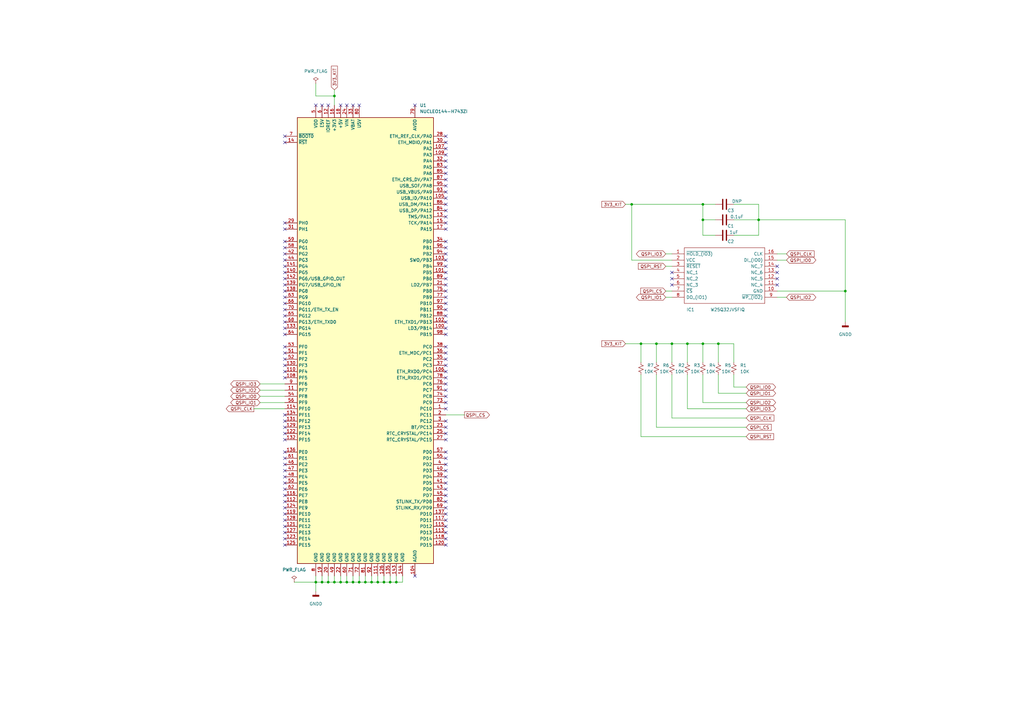
<source format=kicad_sch>
(kicad_sch (version 20211123) (generator eeschema)
  (paper "A3")
  (title_block (title "NUCLEO-QSPI-FLASH") (company "ELECTROLANCE SOLUTIONS"))
  (lib_symbols
    (symbol "Device:C" (pin_numbers hide) (pin_names (offset 0.254))
      (property "Reference" "C" (at 0.635 2.54 0))
      (property "Value" "C" (at 0.635 -2.54 0))
      (symbol "C_0_1"
        (polyline (pts (xy -2.032 -0.762) (xy 2.032 -0.762)) (stroke (width 0.508)))
        (polyline (pts (xy -2.032 0.762) (xy 2.032 0.762)) (stroke (width 0.508)))
      )
      (symbol "C_1_1"
        (pin passive line (at 0 3.81 270) (length 2.794) (name "~") (number "1"))
        (pin passive line (at 0 -3.81 90) (length 2.794) (name "~") (number "2"))
      )
    )
    (symbol "Device:R_Small_US" (pin_numbers hide) (pin_names (offset 0.254) hide)
      (property "Reference" "R" (at 0.762 0.508 0))
      (property "Value" "R_Small_US" (at 0.762 -1.016 0))
      (symbol "R_Small_US_1_1"
        (polyline (pts (xy 0 0) (xy 1.016 -0.381) (xy 0 -0.762) (xy -1.016 -1.143) (xy 0 -1.524)))
        (polyline (pts (xy 0 1.524) (xy 1.016 1.143) (xy 0 0.762) (xy -1.016 0.381) (xy 0 0)))
        (pin passive line (at 0 2.54 270) (length 1.016) (name "~") (number "1"))
        (pin passive line (at 0 -2.54 90) (length 1.016) (name "~") (number "2"))
      )
    )
    (symbol "MCU_Module:NUCLEO144-H743ZI"
      (property "Reference" "U" (at -22.86 94.615 0))
      (property "Value" "NUCLEO144-H743ZI" (at -22.86 92.71 0))
      (symbol "NUCLEO144-H743ZI_0_1"
        (rectangle (start -27.94 -91.44) (end 27.94 91.44) (stroke (width 0.254)) (fill (type background)))
      )
      (symbol "NUCLEO144-H743ZI_1_1"
        (pin bidirectional line (at 33.02 -27.94 180) (length 5.08) (name "PC10") (number "1"))
        (pin no_connect line (at -33.02 55.88 0) (length 5.08) hide (name "NC") (number "10"))
        (pin bidirectional line (at 33.02 5.08 180) (length 5.08) (name "LD3/PB14") (number "100"))
        (pin bidirectional line (at 33.02 27.94 180) (length 5.08) (name "PB5") (number "101"))
        (pin bidirectional line (at 33.02 7.62 180) (length 5.08) (name "ETH_TXD1/PB13") (number "102"))
        (pin bidirectional line (at 33.02 33.02 180) (length 5.08) (name "SWO/PB3") (number "103"))
        (pin power_in line (at 20.32 -96.52 90) (length 5.08) (name "AGND") (number "104"))
        (pin bidirectional line (at 33.02 58.42 180) (length 5.08) (name "USB_ID/PA10") (number "105"))
        (pin bidirectional line (at 33.02 -12.7 180) (length 5.08) (name "ETH_RXD0/PC4") (number "106"))
        (pin bidirectional line (at 33.02 78.74 180) (length 5.08) (name "PA2") (number "107"))
        (pin bidirectional line (at -33.02 -15.24 0) (length 5.08) (name "PF5") (number "108"))
        (pin bidirectional line (at 33.02 76.2 180) (length 5.08) (name "PA3") (number "109"))
        (pin bidirectional line (at -33.02 -20.32 0) (length 5.08) (name "PF7") (number "11"))
        (pin bidirectional line (at -33.02 -12.7 0) (length 5.08) (name "PF4") (number "110"))
        (pin power_in line (at 5.08 -96.52 90) (length 5.08) (name "GND") (number "111"))
        (pin bidirectional line (at -33.02 -66.04 0) (length 5.08) (name "PE8") (number "112"))
        (pin bidirectional line (at 33.02 -78.74 180) (length 5.08) (name "PD13") (number "113"))
        (pin bidirectional line (at -33.02 -27.94 0) (length 5.08) (name "PF10") (number "114"))
        (pin bidirectional line (at 33.02 -76.2 180) (length 5.08) (name "PD12") (number "115"))
        (pin bidirectional line (at -33.02 -63.5 0) (length 5.08) (name "PE7") (number "116"))
        (pin bidirectional line (at 33.02 -73.66 180) (length 5.08) (name "PD11") (number "117"))
        (pin bidirectional line (at 33.02 -81.28 180) (length 5.08) (name "PD14") (number "118"))
        (pin bidirectional line (at -33.02 -71.12 0) (length 5.08) (name "PE10") (number "119"))
        (pin power_in line (at -15.24 96.52 270) (length 5.08) (name "IOREF") (number "12"))
        (pin bidirectional line (at 33.02 -83.82 180) (length 5.08) (name "PD15") (number "120"))
        (pin bidirectional line (at -33.02 -76.2 0) (length 5.08) (name "PE12") (number "121"))
        (pin bidirectional line (at -33.02 -38.1 0) (length 5.08) (name "PF14") (number "122"))
        (pin bidirectional line (at -33.02 -81.28 0) (length 5.08) (name "PE14") (number "123"))
        (pin bidirectional line (at -33.02 -68.58 0) (length 5.08) (name "PE9") (number "124"))
        (pin bidirectional line (at -33.02 -83.82 0) (length 5.08) (name "PE15") (number "125"))
        (pin power_in line (at 7.62 -96.52 90) (length 5.08) (name "GND") (number "126"))
        (pin bidirectional line (at -33.02 -78.74 0) (length 5.08) (name "PE13") (number "127"))
        (pin bidirectional line (at -33.02 -73.66 0) (length 5.08) (name "PE11") (number "128"))
        (pin bidirectional line (at -33.02 -35.56 0) (length 5.08) (name "PF13") (number "129"))
        (pin bidirectional line (at 33.02 50.8 180) (length 5.08) (name "TMS/PA13") (number "13"))
        (pin bidirectional line (at -33.02 -10.16 0) (length 5.08) (name "PF3") (number "130"))
        (pin bidirectional line (at -33.02 -33.02 0) (length 5.08) (name "PF12") (number "131"))
        (pin bidirectional line (at -33.02 -40.64 0) (length 5.08) (name "PF15") (number "132"))
        (pin bidirectional line (at -33.02 5.08 0) (length 5.08) (name "PG14") (number "133"))
        (pin bidirectional line (at -33.02 -30.48 0) (length 5.08) (name "PF11") (number "134"))
        (pin power_in line (at 10.16 -96.52 90) (length 5.08) (name "GND") (number "135"))
        (pin bidirectional line (at -33.02 -45.72 0) (length 5.08) (name "PE0") (number "136"))
        (pin bidirectional line (at 33.02 -71.12 180) (length 5.08) (name "PD10") (number "137"))
        (pin bidirectional line (at -33.02 20.32 0) (length 5.08) (name "PG8") (number "138"))
        (pin bidirectional line (at -33.02 22.86 0) (length 5.08) (name "PG7/USB_GPIO_IN") (number "139"))
        (pin input line (at -33.02 81.28 0) (length 5.08) (name "~{RST}") (number "14"))
        (pin bidirectional line (at -33.02 27.94 0) (length 5.08) (name "PG5") (number "140"))
        (pin bidirectional line (at -33.02 30.48 0) (length 5.08) (name "PG4") (number "141"))
        (pin bidirectional line (at -33.02 25.4 0) (length 5.08) (name "PG6/USB_GPIO_OUT") (number "142"))
        (pin power_in line (at 12.7 -96.52 90) (length 5.08) (name "GND") (number "143"))
        (pin power_in line (at 15.24 -96.52 90) (length 5.08) (name "GND") (number "144"))
        (pin bidirectional line (at 33.02 48.26 180) (length 5.08) (name "TCK/PA14") (number "15"))
        (pin power_in line (at -12.7 96.52 270) (length 5.08) (name "+3V3") (number "16"))
        (pin bidirectional line (at 33.02 45.72 180) (length 5.08) (name "PA15") (number "17"))
        (pin power_in line (at -10.16 96.52 270) (length 5.08) (name "+5V") (number "18"))
        (pin power_in line (at -17.78 -96.52 90) (length 5.08) (name "GND") (number "19"))
        (pin bidirectional line (at 33.02 -30.48 180) (length 5.08) (name "PC11") (number "2"))
        (pin power_in line (at -15.24 -96.52 90) (length 5.08) (name "GND") (number "20"))
        (pin bidirectional line (at 33.02 22.86 180) (length 5.08) (name "LD2/PB7") (number "21"))
        (pin power_in line (at -10.16 -96.52 90) (length 5.08) (name "GND") (number "22"))
        (pin bidirectional line (at 33.02 -35.56 180) (length 5.08) (name "BT/PC13") (number "23"))
        (pin power_in line (at -7.62 96.52 270) (length 5.08) (name "VIN") (number "24"))
        (pin bidirectional line (at 33.02 -38.1 180) (length 5.08) (name "RTC_CRYSTAL/PC14") (number "25"))
        (pin no_connect line (at -33.02 58.42 0) (length 5.08) hide (name "NC") (number "26"))
        (pin bidirectional line (at 33.02 -40.64 180) (length 5.08) (name "RTC_CRYSTAL/PC15") (number "27"))
        (pin bidirectional line (at 33.02 83.82 180) (length 5.08) (name "ETH_REF_CLK/PA0") (number "28"))
        (pin bidirectional line (at -33.02 48.26 0) (length 5.08) (name "PH0") (number "29"))
        (pin bidirectional line (at 33.02 -33.02 180) (length 5.08) (name "PC12") (number "3"))
        (pin bidirectional line (at 33.02 81.28 180) (length 5.08) (name "ETH_MDIO/PA1") (number "30"))
        (pin bidirectional line (at -33.02 45.72 0) (length 5.08) (name "PH1") (number "31"))
        (pin bidirectional line (at 33.02 73.66 180) (length 5.08) (name "PA4") (number "32"))
        (pin power_in line (at -5.08 96.52 270) (length 5.08) (name "VBAT") (number "33"))
        (pin bidirectional line (at 33.02 40.64 180) (length 5.08) (name "PB0") (number "34"))
        (pin bidirectional line (at 33.02 -7.62 180) (length 5.08) (name "PC2") (number "35"))
        (pin bidirectional line (at 33.02 -5.08 180) (length 5.08) (name "ETH_MDC/PC1") (number "36"))
        (pin bidirectional line (at 33.02 -10.16 180) (length 5.08) (name "PC3") (number "37"))
        (pin bidirectional line (at 33.02 -2.54 180) (length 5.08) (name "PC0") (number "38"))
        (pin bidirectional line (at 33.02 -55.88 180) (length 5.08) (name "PD4") (number "39"))
        (pin bidirectional line (at 33.02 -50.8 180) (length 5.08) (name "PD2") (number "4"))
        (pin bidirectional line (at 33.02 -53.34 180) (length 5.08) (name "PD3") (number "40"))
        (pin bidirectional line (at 33.02 -58.42 180) (length 5.08) (name "PD5") (number "41"))
        (pin bidirectional line (at -33.02 35.56 0) (length 5.08) (name "PG2") (number "42"))
        (pin bidirectional line (at 33.02 -60.96 180) (length 5.08) (name "PD6") (number "43"))
        (pin bidirectional line (at -33.02 33.02 0) (length 5.08) (name "PG3") (number "44"))
        (pin bidirectional line (at 33.02 -63.5 180) (length 5.08) (name "PD7") (number "45"))
        (pin bidirectional line (at -33.02 -50.8 0) (length 5.08) (name "PE2") (number "46"))
        (pin bidirectional line (at -33.02 -53.34 0) (length 5.08) (name "PE3") (number "47"))
        (pin bidirectional line (at -33.02 -55.88 0) (length 5.08) (name "PE4") (number "48"))
        (pin power_in line (at -12.7 -96.52 90) (length 5.08) (name "GND") (number "49"))
        (pin power_in line (at -20.32 96.52 270) (length 5.08) (name "VDD") (number "5"))
        (pin bidirectional line (at -33.02 -58.42 0) (length 5.08) (name "PE5") (number "50"))
        (pin bidirectional line (at -33.02 -5.08 0) (length 5.08) (name "PF1") (number "51"))
        (pin bidirectional line (at -33.02 -7.62 0) (length 5.08) (name "PF2") (number "52"))
        (pin bidirectional line (at -33.02 -2.54 0) (length 5.08) (name "PF0") (number "53"))
        (pin bidirectional line (at -33.02 -22.86 0) (length 5.08) (name "PF8") (number "54"))
        (pin bidirectional line (at 33.02 -48.26 180) (length 5.08) (name "PD1") (number "55"))
        (pin bidirectional line (at -33.02 -25.4 0) (length 5.08) (name "PF9") (number "56"))
        (pin bidirectional line (at 33.02 -45.72 180) (length 5.08) (name "PD0") (number "57"))
        (pin bidirectional line (at -33.02 38.1 0) (length 5.08) (name "PG1") (number "58"))
        (pin bidirectional line (at -33.02 40.64 0) (length 5.08) (name "PG0") (number "59"))
        (pin power_in line (at -17.78 96.52 270) (length 5.08) (name "E5V") (number "6"))
        (pin power_in line (at -7.62 -96.52 90) (length 5.08) (name "GND") (number "60"))
        (pin bidirectional line (at -33.02 -48.26 0) (length 5.08) (name "PE1") (number "61"))
        (pin bidirectional line (at -33.02 -60.96 0) (length 5.08) (name "PE6") (number "62"))
        (pin bidirectional line (at -33.02 17.78 0) (length 5.08) (name "PG9") (number "63"))
        (pin bidirectional line (at -33.02 2.54 0) (length 5.08) (name "PG15") (number "64"))
        (pin bidirectional line (at -33.02 10.16 0) (length 5.08) (name "PG12") (number "65"))
        (pin bidirectional line (at -33.02 15.24 0) (length 5.08) (name "PG10") (number "66"))
        (pin no_connect line (at -33.02 53.34 0) (length 5.08) hide (name "NC") (number "67"))
        (pin bidirectional line (at -33.02 7.62 0) (length 5.08) (name "PG13/ETH_TXD0") (number "68"))
        (pin bidirectional line (at 33.02 -68.58 180) (length 5.08) (name "STLINK_RX/PD9") (number "69"))
        (pin input line (at -33.02 83.82 0) (length 5.08) (name "~{BOOT0}") (number "7"))
        (pin bidirectional line (at -33.02 12.7 0) (length 5.08) (name "PG11/ETH_TX_EN") (number "70"))
        (pin power_in line (at -5.08 -96.52 90) (length 5.08) (name "GND") (number "71"))
        (pin power_in line (at -2.54 -96.52 90) (length 5.08) (name "GND") (number "72"))
        (pin bidirectional line (at 33.02 -25.4 180) (length 5.08) (name "PC9") (number "73"))
        (pin bidirectional line (at 33.02 -22.86 180) (length 5.08) (name "PC8") (number "74"))
        (pin bidirectional line (at 33.02 20.32 180) (length 5.08) (name "PB8") (number "75"))
        (pin bidirectional line (at 33.02 -17.78 180) (length 5.08) (name "PC6") (number "76"))
        (pin bidirectional line (at 33.02 17.78 180) (length 5.08) (name "PB9") (number "77"))
        (pin bidirectional line (at 33.02 -15.24 180) (length 5.08) (name "ETH_RXD1/PC5") (number "78"))
        (pin power_in line (at 20.32 96.52 270) (length 5.08) (name "AVDD") (number "79"))
        (pin power_in line (at -20.32 -96.52 90) (length 5.08) (name "GND") (number "8"))
        (pin power_in line (at -2.54 96.52 270) (length 5.08) (name "U5V") (number "80"))
        (pin power_in line (at 0 -96.52 90) (length 5.08) (name "GND") (number "81"))
        (pin bidirectional line (at 33.02 -66.04 180) (length 5.08) (name "STLINK_TX/PD8") (number "82"))
        (pin bidirectional line (at 33.02 71.12 180) (length 5.08) (name "PA5") (number "83"))
        (pin bidirectional line (at 33.02 53.34 180) (length 5.08) (name "USB_DP/PA12") (number "84"))
        (pin bidirectional line (at 33.02 68.58 180) (length 5.08) (name "PA6") (number "85"))
        (pin bidirectional line (at 33.02 55.88 180) (length 5.08) (name "USB_DM/PA11") (number "86"))
        (pin bidirectional line (at 33.02 66.04 180) (length 5.08) (name "ETH_CRS_DV/PA7") (number "87"))
        (pin bidirectional line (at 33.02 10.16 180) (length 5.08) (name "PB12") (number "88"))
        (pin bidirectional line (at 33.02 25.4 180) (length 5.08) (name "PB6") (number "89"))
        (pin bidirectional line (at -33.02 -17.78 0) (length 5.08) (name "PF6") (number "9"))
        (pin bidirectional line (at 33.02 12.7 180) (length 5.08) (name "PB11") (number "90"))
        (pin bidirectional line (at 33.02 -20.32 180) (length 5.08) (name "PC7") (number "91"))
        (pin power_in line (at 2.54 -96.52 90) (length 5.08) (name "GND") (number "92"))
        (pin bidirectional line (at 33.02 60.96 180) (length 5.08) (name "USB_VBUS/PA9") (number "93"))
        (pin bidirectional line (at 33.02 35.56 180) (length 5.08) (name "PB2") (number "94"))
        (pin bidirectional line (at 33.02 63.5 180) (length 5.08) (name "USB_SOF/PA8") (number "95"))
        (pin bidirectional line (at 33.02 38.1 180) (length 5.08) (name "PB1") (number "96"))
        (pin bidirectional line (at 33.02 15.24 180) (length 5.08) (name "PB10") (number "97"))
        (pin bidirectional line (at 33.02 2.54 180) (length 5.08) (name "PB15") (number "98"))
        (pin bidirectional line (at 33.02 30.48 180) (length 5.08) (name "PB4") (number "99"))
      )
    )
    (symbol "W25Q32JVSFIQ:W25Q32JVSFIQ" (pin_names (offset 0.762))
      (property "Reference" "IC" (at 39.37 7.62 0))
      (property "Value" "W25Q32JVSFIQ" (at 39.37 5.08 0))
      (symbol "W25Q32JVSFIQ_0_0"
        (pin passive line (at 0 0 0) (length 5.08) (name "~{HOLD_(IO3})") (number "1"))
        (pin passive line (at 43.18 -15.24 180) (length 5.08) (name "GND") (number "10"))
        (pin passive line (at 43.18 -12.7 180) (length 5.08) (name "NC_4") (number "11"))
        (pin passive line (at 43.18 -10.16 180) (length 5.08) (name "NC_5") (number "12"))
        (pin passive line (at 43.18 -7.62 180) (length 5.08) (name "NC_6") (number "13"))
        (pin passive line (at 43.18 -5.08 180) (length 5.08) (name "NC_7") (number "14"))
        (pin passive line (at 43.18 -2.54 180) (length 5.08) (name "DI_(IO0)") (number "15"))
        (pin passive line (at 43.18 0 180) (length 5.08) (name "CLK") (number "16"))
        (pin passive line (at 0 -2.54 0) (length 5.08) (name "VCC") (number "2"))
        (pin passive line (at 0 -5.08 0) (length 5.08) (name "~{RESET}") (number "3"))
        (pin passive line (at 0 -7.62 0) (length 5.08) (name "NC_1") (number "4"))
        (pin passive line (at 0 -10.16 0) (length 5.08) (name "NC_2") (number "5"))
        (pin passive line (at 0 -12.7 0) (length 5.08) (name "NC_3") (number "6"))
        (pin passive line (at 0 -15.24 0) (length 5.08) (name "~{CS}") (number "7"))
        (pin passive line (at 0 -17.78 0) (length 5.08) (name "DO_(IO1)") (number "8"))
        (pin passive line (at 43.18 -17.78 180) (length 5.08) (name "~{WP_(IO2})") (number "9"))
      )
      (symbol "W25Q32JVSFIQ_0_1"
        (polyline (pts (xy 5.08 2.54) (xy 38.1 2.54) (xy 38.1 -20.32) (xy 5.08 -20.32) (xy 5.08 2.54)) (stroke (width 0.1524)))
      )
    )
    (symbol "power:GNDD" (power) (pin_names (offset 0))
      (property "Value" "GNDD" (at 0 -3.175 0))
      (symbol "GNDD_0_1"
        (rectangle (start -1.27 -1.524) (end 1.27 -2.032) (stroke (width 0.254)) (fill (type outline)))
        (polyline (pts (xy 0 0) (xy 0 -1.524)))
      )
      (symbol "GNDD_1_1"
        (pin power_in line (at 0 0 270) (length 0) hide (name "GNDD") (number "1"))
      )
    )
    (symbol "power:PWR_FLAG" (power) (pin_numbers hide) (pin_names (offset 0) hide)
      (property "Value" "PWR_FLAG" (at 0 3.81 0))
      (symbol "PWR_FLAG_0_0"
        (pin power_out line (at 0 0 90) (length 0) (name "pwr") (number "1"))
      )
      (symbol "PWR_FLAG_0_1"
        (polyline (pts (xy 0 0) (xy 0 1.27) (xy -1.016 1.905) (xy 0 2.54) (xy 1.016 1.905) (xy 0 1.27)))
      )
    )
  )
  (junction (at 281.94 140.97))
  (junction (at 275.59 140.97))
  (junction (at 149.86 238.76))
  (junction (at 311.15 90.17))
  (junction (at 160.02 238.76))
  (junction (at 132.08 238.76))
  (junction (at 139.7 238.76))
  (junction (at 137.16 238.76))
  (junction (at 142.24 238.76))
  (junction (at 259.08 83.82))
  (junction (at 346.71 119.38))
  (junction (at 288.29 90.17))
  (junction (at 288.29 83.82))
  (junction (at 269.24 140.97))
  (junction (at 288.29 140.97))
  (junction (at 162.56 238.76))
  (junction (at 134.62 238.76))
  (junction (at 154.94 238.76))
  (junction (at 144.78 238.76))
  (junction (at 147.32 238.76))
  (junction (at 262.89 140.97))
  (junction (at 294.64 140.97))
  (junction (at 137.16 39.37))
  (junction (at 129.54 238.76))
  (junction (at 152.4 238.76))
  (junction (at 157.48 238.76))
  (no_connect (at 182.88 86.36))
  (no_connect (at 182.88 93.98))
  (no_connect (at 144.78 43.18))
  (no_connect (at 139.7 43.18))
  (no_connect (at 142.24 43.18))
  (no_connect (at 147.32 43.18))
  (no_connect (at 134.62 43.18))
  (no_connect (at 129.54 43.18))
  (no_connect (at 132.08 43.18))
  (no_connect (at 116.84 55.88))
  (no_connect (at 182.88 144.78))
  (no_connect (at 182.88 220.98))
  (no_connect (at 182.88 218.44))
  (no_connect (at 182.88 215.9))
  (no_connect (at 182.88 213.36))
  (no_connect (at 182.88 210.82))
  (no_connect (at 170.18 236.22))
  (no_connect (at 182.88 223.52))
  (no_connect (at 182.88 208.28))
  (no_connect (at 182.88 185.42))
  (no_connect (at 116.84 109.22))
  (no_connect (at 182.88 127))
  (no_connect (at 275.59 111.76))
  (no_connect (at 275.59 114.3))
  (no_connect (at 275.59 116.84))
  (no_connect (at 318.77 109.22))
  (no_connect (at 318.77 114.3))
  (no_connect (at 318.77 111.76))
  (no_connect (at 318.77 116.84))
  (no_connect (at 116.84 114.3))
  (no_connect (at 116.84 203.2))
  (no_connect (at 182.88 60.96))
  (no_connect (at 182.88 71.12))
  (no_connect (at 116.84 170.18))
  (no_connect (at 116.84 172.72))
  (no_connect (at 116.84 175.26))
  (no_connect (at 116.84 177.8))
  (no_connect (at 116.84 180.34))
  (no_connect (at 116.84 185.42))
  (no_connect (at 116.84 152.4))
  (no_connect (at 182.88 167.64))
  (no_connect (at 116.84 134.62))
  (no_connect (at 182.88 165.1))
  (no_connect (at 182.88 109.22))
  (no_connect (at 182.88 124.46))
  (no_connect (at 182.88 111.76))
  (no_connect (at 116.84 124.46))
  (no_connect (at 182.88 68.58))
  (no_connect (at 116.84 93.98))
  (no_connect (at 116.84 99.06))
  (no_connect (at 116.84 91.44))
  (no_connect (at 170.18 43.18))
  (no_connect (at 116.84 111.76))
  (no_connect (at 182.88 149.86))
  (no_connect (at 182.88 132.08))
  (no_connect (at 182.88 63.5))
  (no_connect (at 182.88 78.74))
  (no_connect (at 182.88 147.32))
  (no_connect (at 182.88 134.62))
  (no_connect (at 116.84 129.54))
  (no_connect (at 182.88 116.84))
  (no_connect (at 116.84 132.08))
  (no_connect (at 116.84 223.52))
  (no_connect (at 182.88 129.54))
  (no_connect (at 116.84 198.12))
  (no_connect (at 182.88 137.16))
  (no_connect (at 116.84 101.6))
  (no_connect (at 182.88 101.6))
  (no_connect (at 116.84 195.58))
  (no_connect (at 116.84 187.96))
  (no_connect (at 182.88 88.9))
  (no_connect (at 116.84 121.92))
  (no_connect (at 182.88 119.38))
  (no_connect (at 116.84 210.82))
  (no_connect (at 116.84 205.74))
  (no_connect (at 182.88 81.28))
  (no_connect (at 182.88 114.3))
  (no_connect (at 182.88 83.82))
  (no_connect (at 182.88 58.42))
  (no_connect (at 116.84 104.14))
  (no_connect (at 116.84 119.38))
  (no_connect (at 182.88 91.44))
  (no_connect (at 116.84 193.04))
  (no_connect (at 116.84 220.98))
  (no_connect (at 116.84 215.9))
  (no_connect (at 116.84 149.86))
  (no_connect (at 182.88 99.06))
  (no_connect (at 116.84 154.94))
  (no_connect (at 116.84 106.68))
  (no_connect (at 182.88 187.96))
  (no_connect (at 182.88 190.5))
  (no_connect (at 182.88 193.04))
  (no_connect (at 182.88 195.58))
  (no_connect (at 182.88 106.68))
  (no_connect (at 182.88 104.14))
  (no_connect (at 116.84 147.32))
  (no_connect (at 116.84 137.16))
  (no_connect (at 182.88 198.12))
  (no_connect (at 182.88 200.66))
  (no_connect (at 182.88 203.2))
  (no_connect (at 182.88 205.74))
  (no_connect (at 182.88 180.34))
  (no_connect (at 182.88 177.8))
  (no_connect (at 182.88 175.26))
  (no_connect (at 182.88 172.72))
  (no_connect (at 182.88 142.24))
  (no_connect (at 182.88 152.4))
  (no_connect (at 116.84 142.24))
  (no_connect (at 116.84 58.42))
  (no_connect (at 182.88 121.92))
  (no_connect (at 182.88 73.66))
  (no_connect (at 182.88 55.88))
  (no_connect (at 116.84 208.28))
  (no_connect (at 116.84 200.66))
  (no_connect (at 116.84 144.78))
  (no_connect (at 116.84 213.36))
  (no_connect (at 182.88 157.48))
  (no_connect (at 116.84 190.5))
  (no_connect (at 116.84 127))
  (no_connect (at 116.84 116.84))
  (no_connect (at 116.84 218.44))
  (no_connect (at 182.88 160.02))
  (no_connect (at 182.88 66.04))
  (no_connect (at 182.88 154.94))
  (no_connect (at 182.88 76.2))
  (no_connect (at 182.88 162.56))
  (wire (pts (xy 306.07 175.26) (xy 269.24 175.26)))
  (wire (pts (xy 281.94 140.97) (xy 288.29 140.97)))
  (wire (pts (xy 288.29 140.97) (xy 294.64 140.97)))
  (wire (pts (xy 106.68 165.1) (xy 116.84 165.1)))
  (wire (pts (xy 139.7 238.76) (xy 137.16 238.76)))
  (wire (pts (xy 281.94 167.64) (xy 306.07 167.64)))
  (wire (pts (xy 106.68 157.48) (xy 116.84 157.48)))
  (wire (pts (xy 275.59 106.68) (xy 259.08 106.68)))
  (wire (pts (xy 142.24 238.76) (xy 144.78 238.76)))
  (wire (pts (xy 262.89 140.97) (xy 269.24 140.97)))
  (wire (pts (xy 318.77 106.68) (xy 322.58 106.68)))
  (wire (pts (xy 300.99 140.97) (xy 300.99 148.59)))
  (wire (pts (xy 281.94 153.67) (xy 281.94 167.64)))
  (wire (pts (xy 144.78 236.22) (xy 144.78 238.76)))
  (wire (pts (xy 300.99 158.75) (xy 300.99 153.67)))
  (wire (pts (xy 162.56 238.76) (xy 160.02 238.76)))
  (wire (pts (xy 293.37 96.52) (xy 288.29 96.52)))
  (wire (pts (xy 275.59 171.45) (xy 306.07 171.45)))
  (wire (pts (xy 306.07 158.75) (xy 300.99 158.75)))
  (wire (pts (xy 346.71 90.17) (xy 346.71 119.38)))
  (wire (pts (xy 269.24 175.26) (xy 269.24 153.67)))
  (wire (pts (xy 144.78 238.76) (xy 147.32 238.76)))
  (wire (pts (xy 288.29 90.17) (xy 288.29 83.82)))
  (wire (pts (xy 137.16 238.76) (xy 137.16 236.22)))
  (wire (pts (xy 165.1 238.76) (xy 162.56 238.76)))
  (wire (pts (xy 294.64 161.29) (xy 294.64 153.67)))
  (wire (pts (xy 346.71 119.38) (xy 346.71 132.08)))
  (wire (pts (xy 157.48 238.76) (xy 154.94 238.76)))
  (wire (pts (xy 129.54 238.76) (xy 129.54 242.57)))
  (wire (pts (xy 129.54 238.76) (xy 132.08 238.76)))
  (wire (pts (xy 157.48 236.22) (xy 157.48 238.76)))
  (wire (pts (xy 262.89 179.07) (xy 306.07 179.07)))
  (wire (pts (xy 104.14 167.64) (xy 116.84 167.64)))
  (wire (pts (xy 154.94 238.76) (xy 152.4 238.76)))
  (wire (pts (xy 147.32 238.76) (xy 149.86 238.76)))
  (wire (pts (xy 318.77 121.92) (xy 322.58 121.92)))
  (wire (pts (xy 346.71 119.38) (xy 318.77 119.38)))
  (wire (pts (xy 129.54 39.37) (xy 137.16 39.37)))
  (wire (pts (xy 120.65 238.76) (xy 129.54 238.76)))
  (wire (pts (xy 318.77 104.14) (xy 322.58 104.14)))
  (wire (pts (xy 311.15 83.82) (xy 311.15 90.17)))
  (wire (pts (xy 288.29 153.67) (xy 288.29 165.1)))
  (wire (pts (xy 300.99 90.17) (xy 311.15 90.17)))
  (wire (pts (xy 281.94 140.97) (xy 281.94 148.59)))
  (wire (pts (xy 269.24 140.97) (xy 269.24 148.59)))
  (wire (pts (xy 134.62 238.76) (xy 137.16 238.76)))
  (wire (pts (xy 160.02 238.76) (xy 157.48 238.76)))
  (wire (pts (xy 149.86 236.22) (xy 149.86 238.76)))
  (wire (pts (xy 262.89 140.97) (xy 262.89 148.59)))
  (wire (pts (xy 269.24 140.97) (xy 275.59 140.97)))
  (wire (pts (xy 311.15 96.52) (xy 311.15 90.17)))
  (wire (pts (xy 132.08 238.76) (xy 134.62 238.76)))
  (wire (pts (xy 152.4 236.22) (xy 152.4 238.76)))
  (wire (pts (xy 275.59 140.97) (xy 281.94 140.97)))
  (wire (pts (xy 288.29 83.82) (xy 293.37 83.82)))
  (wire (pts (xy 106.68 160.02) (xy 116.84 160.02)))
  (wire (pts (xy 139.7 236.22) (xy 139.7 238.76)))
  (wire (pts (xy 129.54 34.29) (xy 129.54 39.37)))
  (wire (pts (xy 294.64 140.97) (xy 294.64 148.59)))
  (wire (pts (xy 273.05 109.22) (xy 275.59 109.22)))
  (wire (pts (xy 311.15 90.17) (xy 346.71 90.17)))
  (wire (pts (xy 182.88 170.18) (xy 190.5 170.18)))
  (wire (pts (xy 147.32 236.22) (xy 147.32 238.76)))
  (wire (pts (xy 288.29 140.97) (xy 288.29 148.59)))
  (wire (pts (xy 293.37 90.17) (xy 288.29 90.17)))
  (wire (pts (xy 273.05 119.38) (xy 275.59 119.38)))
  (wire (pts (xy 275.59 140.97) (xy 275.59 148.59)))
  (wire (pts (xy 152.4 238.76) (xy 149.86 238.76)))
  (wire (pts (xy 256.54 83.82) (xy 259.08 83.82)))
  (wire (pts (xy 300.99 83.82) (xy 311.15 83.82)))
  (wire (pts (xy 300.99 96.52) (xy 311.15 96.52)))
  (wire (pts (xy 273.05 104.14) (xy 275.59 104.14)))
  (wire (pts (xy 288.29 96.52) (xy 288.29 90.17)))
  (wire (pts (xy 165.1 236.22) (xy 165.1 238.76)))
  (wire (pts (xy 162.56 236.22) (xy 162.56 238.76)))
  (wire (pts (xy 273.05 121.92) (xy 275.59 121.92)))
  (wire (pts (xy 294.64 140.97) (xy 300.99 140.97)))
  (wire (pts (xy 142.24 236.22) (xy 142.24 238.76)))
  (wire (pts (xy 256.54 140.97) (xy 262.89 140.97)))
  (wire (pts (xy 259.08 106.68) (xy 259.08 83.82)))
  (wire (pts (xy 160.02 236.22) (xy 160.02 238.76)))
  (wire (pts (xy 275.59 153.67) (xy 275.59 171.45)))
  (wire (pts (xy 142.24 238.76) (xy 139.7 238.76)))
  (wire (pts (xy 137.16 36.83) (xy 137.16 39.37)))
  (wire (pts (xy 137.16 39.37) (xy 137.16 43.18)))
  (wire (pts (xy 262.89 153.67) (xy 262.89 179.07)))
  (wire (pts (xy 154.94 236.22) (xy 154.94 238.76)))
  (wire (pts (xy 106.68 162.56) (xy 116.84 162.56)))
  (wire (pts (xy 259.08 83.82) (xy 288.29 83.82)))
  (wire (pts (xy 132.08 238.76) (xy 132.08 236.22)))
  (wire (pts (xy 288.29 165.1) (xy 306.07 165.1)))
  (wire (pts (xy 306.07 161.29) (xy 294.64 161.29)))
  (wire (pts (xy 134.62 238.76) (xy 134.62 236.22)))
  (wire (pts (xy 129.54 236.22) (xy 129.54 238.76)))
  (global_label "QSPI_RST" (shape input) (at 273.05 109.22 180) (property "Intersheet References" "${INTERSHEET_REFS}" (effects hide)))
  (global_label "QSPI_CS" (shape output) (at 190.5 170.18 0) (property "Intersheet References" "${INTERSHEET_REFS}" (effects hide)))
  (global_label "QSPI_CLK" (shape input) (at 306.07 171.45 0) (property "Intersheet References" "${INTERSHEET_REFS}" (effects hide)))
  (global_label "QSPI_IO2" (shape bidirectional) (at 306.07 165.1 0) (property "Intersheet References" "${INTERSHEET_REFS}" (effects hide)))
  (global_label "3V3_KIT" (shape input) (at 256.54 83.82 180) (property "Intersheet References" "${INTERSHEET_REFS}" (effects hide)))
  (global_label "QSPI_IO3" (shape bidirectional) (at 273.05 104.14 180) (property "Intersheet References" "${INTERSHEET_REFS}" (effects hide)))
  (global_label "QSPI_RST" (shape input) (at 306.07 179.07 0) (property "Intersheet References" "${INTERSHEET_REFS}" (effects hide)))
  (global_label "QSPI_IO0" (shape bidirectional) (at 322.58 106.68 0) (property "Intersheet References" "${INTERSHEET_REFS}" (effects hide)))
  (global_label "QSPI_IO2" (shape bidirectional) (at 106.68 160.02 180) (property "Intersheet References" "${INTERSHEET_REFS}" (effects hide)))
  (global_label "3V3_KIT" (shape input) (at 256.54 140.97 180) (property "Intersheet References" "${INTERSHEET_REFS}" (effects hide)))
  (global_label "QSPI_CLK" (shape output) (at 104.14 167.64 180) (property "Intersheet References" "${INTERSHEET_REFS}" (effects hide)))
  (global_label "QSPI_IO1" (shape bidirectional) (at 106.68 165.1 180) (property "Intersheet References" "${INTERSHEET_REFS}" (effects hide)))
  (global_label "QSPI_IO1" (shape bidirectional) (at 273.05 121.92 180) (property "Intersheet References" "${INTERSHEET_REFS}" (effects hide)))
  (global_label "3V3_KIT" (shape input) (at 137.16 36.83 90) (property "Intersheet References" "${INTERSHEET_REFS}" (effects hide)))
  (global_label "QSPI_CS" (shape input) (at 273.05 119.38 180) (property "Intersheet References" "${INTERSHEET_REFS}" (effects hide)))
  (global_label "QSPI_IO3" (shape bidirectional) (at 106.68 157.48 180) (property "Intersheet References" "${INTERSHEET_REFS}" (effects hide)))
  (global_label "QSPI_CS" (shape input) (at 306.07 175.26 0) (property "Intersheet References" "${INTERSHEET_REFS}" (effects hide)))
  (global_label "QSPI_IO1" (shape bidirectional) (at 306.07 161.29 0) (property "Intersheet References" "${INTERSHEET_REFS}" (effects hide)))
  (global_label "QSPI_IO0" (shape bidirectional) (at 306.07 158.75 0) (property "Intersheet References" "${INTERSHEET_REFS}" (effects hide)))
  (global_label "QSPI_IO0" (shape bidirectional) (at 106.68 162.56 180) (property "Intersheet References" "${INTERSHEET_REFS}" (effects hide)))
  (global_label "QSPI_IO2" (shape bidirectional) (at 322.58 121.92 0) (property "Intersheet References" "${INTERSHEET_REFS}" (effects hide)))
  (global_label "QSPI_IO3" (shape bidirectional) (at 306.07 167.64 0) (property "Intersheet References" "${INTERSHEET_REFS}" (effects hide)))
  (global_label "QSPI_CLK" (shape input) (at 322.58 104.14 0) (property "Intersheet References" "${INTERSHEET_REFS}" (effects hide)))
  (symbol (lib_id "W25Q32JVSFIQ:W25Q32JVSFIQ") (at 275.59 104.14 0) (unit 1)
    (property "Reference" "IC1" (at 283.21 127 0))
    (property "Value" "W25Q32JVSFIQ" (at 298.45 127 0))
    (property "Footprint" "W25Q32JVSFIQ:SOIC127P1032X264-16N" (effects hide))
    (property "Datasheet" "http://www.winbond.com/resource-files/w25q32jv%20revg%2003272018%20plus.pdf" (effects hide))
    (property "Description" "NOR Flash spiFlash, 32M-bit, DTR, 4Kb Uniform Sector" (effects hide))
    (property "Height" "2.64" (effects hide))
    (property "Manufacturer_Name" "Winbond" (effects hide))
    (property "Manufacturer_Part_Number" "W25Q32JVSFIQ" (effects hide))
    (property "Mouser Part Number" "454-W25Q32JVSFIQ" (effects hide))
    (property "Mouser Price/Stock" "https://www.mouser.co.uk/ProductDetail/Winbond/W25Q32JVSFIQ?qs=qSfuJ%252Bfl%2Fd6wBFdYH4pckg%3D%3D" (effects hide))
    (property "Arrow Part Number" "W25Q32JVSFIQ" (effects hide))
    (property "Arrow Price/Stock" "https://www.arrow.com/en/products/w25q32jvsfiq/winbond-electronics?region=nac" (effects hide))
  )
  (symbol (lib_id "Device:C") (at 297.18 96.52 270) (unit 1)
    (property "Reference" "C2" (at 299.72 99.06 90))
    (property "Value" "1uF" (at 300.99 95.25 90))
    (property "Footprint" "Capacitor_SMD:C_0805_2012Metric" (effects hide))
  )
  (symbol (lib_id "Device:R_Small_US") (at 300.99 151.13 0) (unit 1)
    (property "Reference" "R1" (at 303.53 149.8599 0) (effects (justify left)))
    (property "Value" "10K" (at 303.53 152.3999 0) (effects (justify left)))
    (property "Footprint" "Resistor_SMD:R_0805_2012Metric" (effects hide))
  )
  (symbol (lib_id "Device:R_Small_US") (at 281.94 151.13 0) (unit 1)
    (property "Reference" "R3" (at 284.48 149.8599 0) (effects (justify left)))
    (property "Value" "10K" (at 283.21 152.4 0) (effects (justify left)))
    (property "Footprint" "Resistor_SMD:R_0805_2012Metric" (effects hide))
  )
  (symbol (lib_id "Device:R_Small_US") (at 275.59 151.13 0) (unit 1)
    (property "Reference" "R2" (at 278.13 149.8599 0) (effects (justify left)))
    (property "Value" "10K" (at 276.86 152.4 0) (effects (justify left)))
    (property "Footprint" "Resistor_SMD:R_0805_2012Metric" (effects hide))
  )
  (symbol (lib_id "power:PWR_FLAG") (at 120.65 238.76 0) (unit 1)
    (property "Reference" "#FLG0101" (effects hide))
    (property "Value" "PWR_FLAG" (at 120.65 233.68 0))
  )
  (symbol (lib_id "power:GNDD") (at 346.71 132.08 0) (unit 1)
    (property "Reference" "#PWR01" (effects hide))
    (property "Value" "GNDD" (at 346.71 137.16 0))
  )
  (symbol (lib_id "Device:C") (at 297.18 90.17 270) (unit 1)
    (property "Reference" "C1" (at 299.72 92.71 90))
    (property "Value" "0.1uF" (at 302.26 88.9 90))
    (property "Footprint" "Capacitor_SMD:C_0805_2012Metric" (effects hide))
  )
  (symbol (lib_id "Device:R_Small_US") (at 269.24 151.13 0) (unit 1)
    (property "Reference" "R6" (at 271.78 149.8599 0) (effects (justify left)))
    (property "Value" "10K" (at 270.51 152.4 0) (effects (justify left)))
    (property "Footprint" "Resistor_SMD:R_0805_2012Metric" (effects hide))
  )
  (symbol (lib_id "Device:C") (at 297.18 83.82 270) (unit 1)
    (property "Reference" "C3" (at 299.72 86.36 90))
    (property "Value" "DNP" (at 302.26 82.55 90))
    (property "Footprint" "Capacitor_SMD:C_0805_2012Metric" (effects hide))
  )
  (symbol (lib_id "MCU_Module:NUCLEO144-H743ZI") (at 149.86 139.7 0) (unit 1)
    (property "Reference" "U1" (at 172.1994 43.18 0) (effects (justify left)))
    (property "Value" "NUCLEO144-H743ZI" (at 172.1994 45.72 0) (effects (justify left)))
    (property "Footprint" "custom_nucleo_144:ST_Morpho_Connector_144_STLink_MountingHoles" (effects hide))
    (property "Datasheet" "https://www.st.com/resource/en/user_manual/dm00244518-stm32-nucleo144-boards-stmicroelectronics.pdf" (effects hide))
  )
  (symbol (lib_id "Device:R_Small_US") (at 262.89 151.13 0) (unit 1)
    (property "Reference" "R7" (at 265.43 149.8599 0) (effects (justify left)))
    (property "Value" "10K" (at 264.16 152.4 0) (effects (justify left)))
    (property "Footprint" "Resistor_SMD:R_0805_2012Metric" (effects hide))
  )
  (symbol (lib_id "Device:R_Small_US") (at 288.29 151.13 0) (unit 1)
    (property "Reference" "R4" (at 290.83 149.8599 0) (effects (justify left)))
    (property "Value" "10K" (at 289.56 152.4 0) (effects (justify left)))
    (property "Footprint" "Resistor_SMD:R_0805_2012Metric" (effects hide))
  )
  (symbol (lib_id "Device:R_Small_US") (at 294.64 151.13 0) (unit 1)
    (property "Reference" "R5" (at 297.18 149.8599 0) (effects (justify left)))
    (property "Value" "10K" (at 295.91 152.4 0) (effects (justify left)))
    (property "Footprint" "Resistor_SMD:R_0805_2012Metric" (effects hide))
  )
  (symbol (lib_id "power:GNDD") (at 129.54 242.57 0) (unit 1)
    (property "Reference" "#PWR02" (effects hide))
    (property "Value" "GNDD" (at 129.54 247.65 0))
  )
  (symbol (lib_id "power:PWR_FLAG") (at 129.54 34.29 0) (unit 1)
    (property "Reference" "#FLG0102" (effects hide))
    (property "Value" "PWR_FLAG" (at 129.54 29.21 0))
  )
)
</source>
